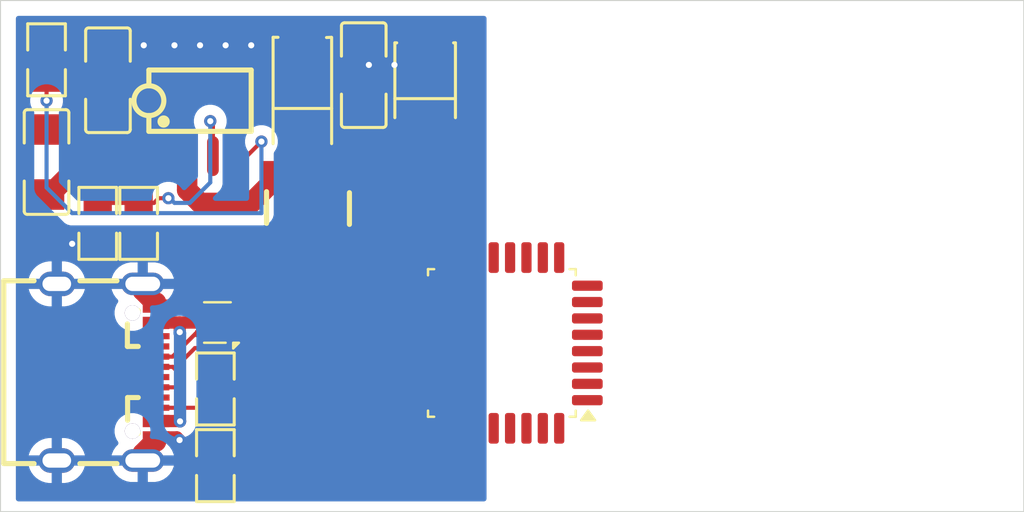
<source format=kicad_pcb>
(kicad_pcb (version 20241229) (generator "pcbnew") (generator_version "9.0")
  (layers (0 "F.Cu" signal) (2 "B.Cu" signal) (13 "F.Paste" user) (15 "B.Paste" user) (5 "F.SilkS" user "F.Silkscreen") (7 "B.SilkS" user "B.Silkscreen") (1 "F.Mask" user) (3 "B.Mask" user) (25 "Edge.Cuts" user))
  (net 0 "")
  (net 1 "GND")
  (net 2 "+3.3V")
  (net 3 "VBUS")
  (net 4 "Net-(U4-ON{slash}OFF)")
  (net 5 "Net-(D1-K)")
  (net 6 "Net-(J1-CC2)")
  (net 8 "Net-(J1-CC1)")
  (net 10 "Net-(J1-D+-PadA6)")
  (net 11 "Net-(J1-D--PadA7)")
  (net 12 "Net-(U4-FB)")
  (net 34 "Net-(U1-PA12)")
  (net 36 "Net-(U1-PA11)")
  (footprint "project:IND-SMD_L4.0-W4.0_SMNR4030" (layer "F.Cu") (at 115 85.15 -90)
    (property "Reference" "L1" (hide yes))
    (property "Value" "100uH" (hide yes))
    (fp_line (start -0.8 2) (end 0.75 2) (stroke (width 0.25)) (layer "F.SilkS"))
    (fp_line (start -0.75 -2.05) (end 0.8 -2.05) (stroke (width 0.25)) (layer "F.SilkS"))
    (pad "1" smd rect (at -1.6 0 270) (size 1.4 4.5) (layers "F.Cu" "F.Mask" "F.Paste") (net 5 "Net-(D1-K)"))
    (pad "2" smd rect (at 1.6 0 270) (size 1.4 4.5) (layers "F.Cu" "F.Mask" "F.Paste") (net 2 "+3.3V"))
  )
  (footprint "Package_QFP:LQFP-32_7x7mm_P0.8mm" (layer "F.Cu") (at 124.5 91.75 180)
    (property "Reference" "U1" (hide yes))
    (property "Value" "STM32C071K8Tx")
    (fp_line (start 3.61 3.61) (end 3.61 3.31) (stroke (width 0.12)) (layer "F.SilkS"))
    (fp_line (start 3.61 -3.61) (end 3.61 -3.31) (stroke (width 0.12)) (layer "F.SilkS"))
    (fp_line (start 3.31 3.61) (end 3.61 3.61) (stroke (width 0.12)) (layer "F.SilkS"))
    (fp_line (start 3.31 -3.61) (end 3.61 -3.61) (stroke (width 0.12)) (layer "F.SilkS"))
    (fp_line (start -3.31 3.61) (end -3.61 3.61) (stroke (width 0.12)) (layer "F.SilkS"))
    (fp_line (start -3.31 -3.61) (end -3.61 -3.61) (stroke (width 0.12)) (layer "F.SilkS"))
    (fp_line (start -3.61 3.61) (end -3.61 3.31) (stroke (width 0.12)) (layer "F.SilkS"))
    (fp_line (start -3.61 -3.61) (end -3.61 -3.31) (stroke (width 0.12)) (layer "F.SilkS"))
    (fp_poly (pts (xy -4.2125 -3.31) (xy -4.5525 -3.78) (xy -3.8725 -3.78)) (stroke (width 0.12)) (fill yes) (layer "F.SilkS"))
    (pad "1" smd roundrect (at -4.175 -2.8 180) (size 1.5 0.5) (layers "F.Cu" "F.Mask" "F.Paste"))
    (pad "2" smd roundrect (at -4.175 -2 180) (size 1.5 0.5) (layers "F.Cu" "F.Mask" "F.Paste"))
    (pad "3" smd roundrect (at -4.175 -1.2 180) (size 1.5 0.5) (layers "F.Cu" "F.Mask" "F.Paste"))
    (pad "4" smd roundrect (at -4.175 -0.4 180) (size 1.5 0.5) (layers "F.Cu" "F.Mask" "F.Paste") (net 2 "+3.3V"))
    (pad "5" smd roundrect (at -4.175 0.4 180) (size 1.5 0.5) (layers "F.Cu" "F.Mask" "F.Paste") (net 1 "GND"))
    (pad "6" smd roundrect (at -4.175 1.2 180) (size 1.5 0.5) (layers "F.Cu" "F.Mask" "F.Paste"))
    (pad "7" smd roundrect (at -4.175 2 180) (size 1.5 0.5) (layers "F.Cu" "F.Mask" "F.Paste"))
    (pad "8" smd roundrect (at -4.175 2.8 180) (size 1.5 0.5) (layers "F.Cu" "F.Mask" "F.Paste"))
    (pad "9" smd roundrect (at -2.8 4.175 180) (size 0.5 1.5) (layers "F.Cu" "F.Mask" "F.Paste"))
    (pad "10" smd roundrect (at -2 4.175 180) (size 0.5 1.5) (layers "F.Cu" "F.Mask" "F.Paste"))
    (pad "11" smd roundrect (at -1.2 4.175 180) (size 0.5 1.5) (layers "F.Cu" "F.Mask" "F.Paste"))
    (pad "12" smd roundrect (at -0.4 4.175 180) (size 0.5 1.5) (layers "F.Cu" "F.Mask" "F.Paste"))
    (pad "13" smd roundrect (at 0.4 4.175 180) (size 0.5 1.5) (layers "F.Cu" "F.Mask" "F.Paste"))
    (pad "14" smd roundrect (at 1.2 4.175 180) (size 0.5 1.5) (layers "F.Cu" "F.Mask" "F.Paste"))
    (pad "15" smd roundrect (at 2 4.175 180) (size 0.5 1.5) (layers "F.Cu" "F.Mask" "F.Paste"))
    (pad "16" smd roundrect (at 2.8 4.175 180) (size 0.5 1.5) (layers "F.Cu" "F.Mask" "F.Paste"))
    (pad "17" smd roundrect (at 4.175 2.8 180) (size 1.5 0.5) (layers "F.Cu" "F.Mask" "F.Paste"))
    (pad "18" smd roundrect (at 4.175 2 180) (size 1.5 0.5) (layers "F.Cu" "F.Mask" "F.Paste"))
    (pad "19" smd roundrect (at 4.175 1.2 180) (size 1.5 0.5) (layers "F.Cu" "F.Mask" "F.Paste"))
    (pad "20" smd roundrect (at 4.175 0.4 180) (size 1.5 0.5) (layers "F.Cu" "F.Mask" "F.Paste"))
    (pad "21" smd roundrect (at 4.175 -0.4 180) (size 1.5 0.5) (layers "F.Cu" "F.Mask" "F.Paste"))
    (pad "22" smd roundrect (at 4.175 -1.2 180) (size 1.5 0.5) (layers "F.Cu" "F.Mask" "F.Paste") (net 36 "Net-(U1-PA11)"))
    (pad "23" smd roundrect (at 4.175 -2 180) (size 1.5 0.5) (layers "F.Cu" "F.Mask" "F.Paste") (net 34 "Net-(U1-PA12)"))
    (pad "24" smd roundrect (at 4.175 -2.8 180) (size 1.5 0.5) (layers "F.Cu" "F.Mask" "F.Paste"))
    (pad "25" smd roundrect (at 2.8 -4.175 180) (size 0.5 1.5) (layers "F.Cu" "F.Mask" "F.Paste"))
    (pad "26" smd roundrect (at 2 -4.175 180) (size 0.5 1.5) (layers "F.Cu" "F.Mask" "F.Paste"))
    (pad "27" smd roundrect (at 1.2 -4.175 180) (size 0.5 1.5) (layers "F.Cu" "F.Mask" "F.Paste"))
    (pad "28" smd roundrect (at 0.4 -4.175 180) (size 0.5 1.5) (layers "F.Cu" "F.Mask" "F.Paste"))
    (pad "29" smd roundrect (at -0.4 -4.175 180) (size 0.5 1.5) (layers "F.Cu" "F.Mask" "F.Paste"))
    (pad "30" smd roundrect (at -1.2 -4.175 180) (size 0.5 1.5) (layers "F.Cu" "F.Mask" "F.Paste"))
    (pad "31" smd roundrect (at -2 -4.175 180) (size 0.5 1.5) (layers "F.Cu" "F.Mask" "F.Paste"))
    (pad "32" smd roundrect (at -2.8 -4.175 180) (size 0.5 1.5) (layers "F.Cu" "F.Mask" "F.Paste"))
  )
  (footprint "jlcbasic:R0805" (layer "F.Cu") (at 104.75 85.9 90)
    (property "Reference" "R3" (hide yes))
    (property "Value" "2.7kΩ" (hide yes))
    (fp_line (start 1.76 -0.92) (end 0.48 -0.92) (stroke (width 0.15)) (layer "F.SilkS"))
    (fp_line (start -1.76 -0.92) (end -0.48 -0.92) (stroke (width 0.15)) (layer "F.SilkS"))
    (fp_line (start 1.76 0.92) (end 1.76 -0.92) (stroke (width 0.15)) (layer "F.SilkS"))
    (fp_line (start 0.48 0.92) (end 1.76 0.92) (stroke (width 0.15)) (layer "F.SilkS"))
    (fp_line (start -0.48 0.92) (end -1.76 0.92) (stroke (width 0.15)) (layer "F.SilkS"))
    (fp_line (start -1.76 0.92) (end -1.76 -0.92) (stroke (width 0.15)) (layer "F.SilkS"))
    (pad "1" smd rect (at -1 0 90) (size 1.13 1.38) (layers "F.Cu" "F.Mask" "F.Paste") (net 1 "GND"))
    (pad "2" smd rect (at 1 0 90) (size 1.13 1.38) (layers "F.Cu" "F.Mask" "F.Paste") (net 12 "Net-(U4-FB)"))
  )
  (footprint "jlcbasic:R0805" (layer "F.Cu") (at 106.75 85.9 -90)
    (property "Reference" "R4" (hide yes))
    (property "Value" "4.7kΩ" (hide yes))
    (fp_line (start -1.76 0.92) (end -1.76 -0.92) (stroke (width 0.15)) (layer "F.SilkS"))
    (fp_line (start -0.48 0.92) (end -1.76 0.92) (stroke (width 0.15)) (layer "F.SilkS"))
    (fp_line (start 0.48 0.92) (end 1.76 0.92) (stroke (width 0.15)) (layer "F.SilkS"))
    (fp_line (start 1.76 0.92) (end 1.76 -0.92) (stroke (width 0.15)) (layer "F.SilkS"))
    (fp_line (start -1.76 -0.92) (end -0.48 -0.92) (stroke (width 0.15)) (layer "F.SilkS"))
    (fp_line (start 1.76 -0.92) (end 0.48 -0.92) (stroke (width 0.15)) (layer "F.SilkS"))
    (pad "1" smd rect (at -1 0 270) (size 1.13 1.38) (layers "F.Cu" "F.Mask" "F.Paste") (net 12 "Net-(U4-FB)"))
    (pad "2" smd rect (at 1 0 270) (size 1.13 1.38) (layers "F.Cu" "F.Mask" "F.Paste") (net 2 "+3.3V"))
  )
  (footprint "jlcbasic:C1206" (layer "F.Cu") (at 105.25 78.9 -90)
    (property "Reference" "C3" (hide yes))
    (property "Value" "10uF" (hide yes))
    (fp_line (start -0.93 1.09) (end -2.41 1.09) (stroke (width 0.15)) (layer "F.SilkS"))
    (fp_line (start 0.93 1.09) (end 2.41 1.09) (stroke (width 0.15)) (layer "F.SilkS"))
    (fp_line (start -2.56 0.94) (end -2.56 -0.94) (stroke (width 0.15)) (layer "F.SilkS"))
    (fp_line (start 2.56 0.94) (end 2.56 -0.94) (stroke (width 0.15)) (layer "F.SilkS"))
    (fp_line (start -2.41 -1.09) (end -0.93 -1.09) (stroke (width 0.15)) (layer "F.SilkS"))
    (fp_line (start 2.41 -1.09) (end 0.93 -1.09) (stroke (width 0.15)) (layer "F.SilkS"))
    (fp_arc (start -2.41 1.09) (mid -2.516066 1.046066) (end -2.56 0.94) (stroke (width 0.15)) (layer "F.SilkS"))
    (fp_arc (start 2.56 0.94) (mid 2.516066 1.046066) (end 2.41 1.09) (stroke (width 0.15)) (layer "F.SilkS"))
    (fp_arc (start -2.56 -0.94) (mid -2.516066 -1.046066) (end -2.41 -1.09) (stroke (width 0.15)) (layer "F.SilkS"))
    (fp_arc (start 2.41 -1.09) (mid 2.516066 -1.046066) (end 2.56 -0.94) (stroke (width 0.15)) (layer "F.SilkS"))
    (pad "1" smd rect (at -1.59 0 270) (size 1.49 1.73) (layers "F.Cu" "F.Mask" "F.Paste") (net 1 "GND"))
    (pad "2" smd rect (at 1.59 0 270) (size 1.49 1.73) (layers "F.Cu" "F.Mask" "F.Paste") (net 3 "VBUS"))
  )
  (footprint "jlcbasic:C1206" (layer "F.Cu") (at 117.75 78.65 -90)
    (property "Reference" "C5" (hide yes))
    (property "Value" "10uF" (hide yes))
    (fp_line (start -0.93 1.09) (end -2.41 1.09) (stroke (width 0.15)) (layer "F.SilkS"))
    (fp_line (start 0.93 1.09) (end 2.41 1.09) (stroke (width 0.15)) (layer "F.SilkS"))
    (fp_line (start -2.56 0.94) (end -2.56 -0.94) (stroke (width 0.15)) (layer "F.SilkS"))
    (fp_line (start 2.56 0.94) (end 2.56 -0.94) (stroke (width 0.15)) (layer "F.SilkS"))
    (fp_line (start -2.41 -1.09) (end -0.93 -1.09) (stroke (width 0.15)) (layer "F.SilkS"))
    (fp_line (start 2.41 -1.09) (end 0.93 -1.09) (stroke (width 0.15)) (layer "F.SilkS"))
    (fp_arc (start -2.41 1.09) (mid -2.516066 1.046066) (end -2.56 0.94) (stroke (width 0.15)) (layer "F.SilkS"))
    (fp_arc (start 2.56 0.94) (mid 2.516066 1.046066) (end 2.41 1.09) (stroke (width 0.15)) (layer "F.SilkS"))
    (fp_arc (start -2.56 -0.94) (mid -2.516066 -1.046066) (end -2.41 -1.09) (stroke (width 0.15)) (layer "F.SilkS"))
    (fp_arc (start 2.41 -1.09) (mid 2.516066 -1.046066) (end 2.56 -0.94) (stroke (width 0.15)) (layer "F.SilkS"))
    (pad "1" smd rect (at -1.59 0 270) (size 1.49 1.73) (layers "F.Cu" "F.Mask" "F.Paste") (net 1 "GND"))
    (pad "2" smd rect (at 1.59 0 270) (size 1.49 1.73) (layers "F.Cu" "F.Mask" "F.Paste") (net 2 "+3.3V"))
  )
  (footprint "jlcbasic:R0805" (layer "F.Cu") (at 110.5 94 -90)
    (property "Reference" "R1" (hide yes))
    (property "Value" "5.1kΩ" (hide yes))
    (fp_line (start -1.76 0.92) (end -1.76 -0.92) (stroke (width 0.15)) (layer "F.SilkS"))
    (fp_line (start -0.48 0.92) (end -1.76 0.92) (stroke (width 0.15)) (layer "F.SilkS"))
    (fp_line (start 0.48 0.92) (end 1.76 0.92) (stroke (width 0.15)) (layer "F.SilkS"))
    (fp_line (start 1.76 0.92) (end 1.76 -0.92) (stroke (width 0.15)) (layer "F.SilkS"))
    (fp_line (start -1.76 -0.92) (end -0.48 -0.92) (stroke (width 0.15)) (layer "F.SilkS"))
    (fp_line (start 1.76 -0.92) (end 0.48 -0.92) (stroke (width 0.15)) (layer "F.SilkS"))
    (pad "1" smd rect (at -1 0 270) (size 1.13 1.38) (layers "F.Cu" "F.Mask" "F.Paste") (net 1 "GND"))
    (pad "2" smd rect (at 1 0 270) (size 1.13 1.38) (layers "F.Cu" "F.Mask" "F.Paste") (net 6 "Net-(J1-CC2)"))
  )
  (footprint "jlcbasic:R0805" (layer "F.Cu") (at 110.5 97.75 90)
    (property "Reference" "R2" (hide yes))
    (property "Value" "5.1kΩ" (hide yes))
    (fp_line (start 1.76 -0.92) (end 0.48 -0.92) (stroke (width 0.15)) (layer "F.SilkS"))
    (fp_line (start -1.76 -0.92) (end -0.48 -0.92) (stroke (width 0.15)) (layer "F.SilkS"))
    (fp_line (start 1.76 0.92) (end 1.76 -0.92) (stroke (width 0.15)) (layer "F.SilkS"))
    (fp_line (start 0.48 0.92) (end 1.76 0.92) (stroke (width 0.15)) (layer "F.SilkS"))
    (fp_line (start -0.48 0.92) (end -1.76 0.92) (stroke (width 0.15)) (layer "F.SilkS"))
    (fp_line (start -1.76 0.92) (end -1.76 -0.92) (stroke (width 0.15)) (layer "F.SilkS"))
    (pad "1" smd rect (at -1 0 90) (size 1.13 1.38) (layers "F.Cu" "F.Mask" "F.Paste") (net 8 "Net-(J1-CC1)"))
    (pad "2" smd rect (at 1 0 90) (size 1.13 1.38) (layers "F.Cu" "F.Mask" "F.Paste") (net 1 "GND"))
  )
  (footprint "jlcbasic:CASE-B_3528" (layer "F.Cu") (at 120.75 78.9 90)
    (property "Reference" "C2" (hide yes))
    (property "Value" "100uF" (hide yes))
    (fp_line (start 1.83 -1.48) (end -1.83 -1.48) (stroke (width 0.15)) (layer "F.SilkS"))
    (fp_line (start 1.83 -1.48) (end 1.83 -1.39) (stroke (width 0.15)) (layer "F.SilkS"))
    (fp_line (start 1.83 1.48) (end 1.83 1.39) (stroke (width 0.15)) (layer "F.SilkS"))
    (fp_line (start 1.83 1.48) (end -1.83 1.48) (stroke (width 0.15)) (layer "F.SilkS"))
    (fp_line (start -0.9 1.48) (end -0.9 -1.48) (stroke (width 0.15)) (layer "F.SilkS"))
    (pad "1" smd rect (at -1.86 0 270) (size 1.51 2.38) (layers "F.Cu" "F.Mask" "F.Paste") (net 2 "+3.3V"))
    (pad "2" smd rect (at 1.86 0 270) (size 1.51 2.38) (layers "F.Cu" "F.Mask" "F.Paste") (net 1 "GND"))
  )
  (footprint "jlcbasic:R0805" (layer "F.Cu") (at 102.25 77.9 90)
    (property "Reference" "R5" (hide yes))
    (property "Value" "22kΩ" (hide yes))
    (fp_line (start 1.76 -0.92) (end 0.48 -0.92) (stroke (width 0.15)) (layer "F.SilkS"))
    (fp_line (start -1.76 -0.92) (end -0.48 -0.92) (stroke (width 0.15)) (layer "F.SilkS"))
    (fp_line (start 1.76 0.92) (end 1.76 -0.92) (stroke (width 0.15)) (layer "F.SilkS"))
    (fp_line (start 0.48 0.92) (end 1.76 0.92) (stroke (width 0.15)) (layer "F.SilkS"))
    (fp_line (start -0.48 0.92) (end -1.76 0.92) (stroke (width 0.15)) (layer "F.SilkS"))
    (fp_line (start -1.76 0.92) (end -1.76 -0.92) (stroke (width 0.15)) (layer "F.SilkS"))
    (pad "1" smd rect (at -1 0 90) (size 1.13 1.38) (layers "F.Cu" "F.Mask" "F.Paste") (net 4 "Net-(U4-ON{slash}OFF)"))
    (pad "2" smd rect (at 1 0 90) (size 1.13 1.38) (layers "F.Cu" "F.Mask" "F.Paste") (net 1 "GND"))
  )
  (footprint "jlcbasic:SMA_L4.3-W2.6-LS5.2-RD" (layer "F.Cu") (at 114.75 79.4 90)
    (property "Reference" "D1" (hide yes))
    (property "Value" "SS34" (hide yes))
    (fp_line (start 2.6 -1.43) (end 2.6 -1.19) (stroke (width 0.15)) (layer "F.SilkS"))
    (fp_line (start -0.88 -1.43) (end -0.88 1.43) (stroke (width 0.15)) (layer "F.SilkS"))
    (fp_line (start -2.6 -1.43) (end 2.6 -1.43) (stroke (width 0.15)) (layer "F.SilkS"))
    (fp_line (start 2.59 1.18) (end 2.6 1.41) (stroke (width 0.15)) (layer "F.SilkS"))
    (fp_line (start -2.6 1.43) (end 2.6 1.43) (stroke (width 0.15)) (layer "F.SilkS"))
    (pad "1" smd rect (at -2.2 0 270) (size 2 2) (layers "F.Cu" "F.Mask" "F.Paste") (net 5 "Net-(D1-K)"))
    (pad "2" smd rect (at 2.2 0 270) (size 2 2) (layers "F.Cu" "F.Mask" "F.Paste") (net 1 "GND"))
  )
  (footprint "jlcbasic:C1206" (layer "F.Cu") (at 102.25 82.9 -90)
    (property "Reference" "C4" (hide yes))
    (property "Value" "10uF" (hide yes))
    (fp_line (start -0.93 1.09) (end -2.41 1.09) (stroke (width 0.15)) (layer "F.SilkS"))
    (fp_line (start 0.93 1.09) (end 2.41 1.09) (stroke (width 0.15)) (layer "F.SilkS"))
    (fp_line (start -2.56 0.94) (end -2.56 -0.94) (stroke (width 0.15)) (layer "F.SilkS"))
    (fp_line (start 2.56 0.94) (end 2.56 -0.94) (stroke (width 0.15)) (layer "F.SilkS"))
    (fp_line (start -2.41 -1.09) (end -0.93 -1.09) (stroke (width 0.15)) (layer "F.SilkS"))
    (fp_line (start 2.41 -1.09) (end 0.93 -1.09) (stroke (width 0.15)) (layer "F.SilkS"))
    (fp_arc (start -2.41 1.09) (mid -2.516066 1.046066) (end -2.56 0.94) (stroke (width 0.15)) (layer "F.SilkS"))
    (fp_arc (start 2.56 0.94) (mid 2.516066 1.046066) (end 2.41 1.09) (stroke (width 0.15)) (layer "F.SilkS"))
    (fp_arc (start -2.56 -0.94) (mid -2.516066 -1.046066) (end -2.41 -1.09) (stroke (width 0.15)) (layer "F.SilkS"))
    (fp_arc (start 2.41 -1.09) (mid 2.516066 -1.046066) (end 2.56 -0.94) (stroke (width 0.15)) (layer "F.SilkS"))
    (pad "1" smd rect (at -1.59 0 270) (size 1.49 1.73) (layers "F.Cu" "F.Mask" "F.Paste") (net 4 "Net-(U4-ON{slash}OFF)"))
    (pad "2" smd rect (at 1.59 0 270) (size 1.49 1.73) (layers "F.Cu" "F.Mask" "F.Paste") (net 3 "VBUS"))
  )
  (footprint "project:USB-C-SMD_TYPE-C-USB-17" (layer "F.Cu") (at 105.18 93.18 -90)
    (property "Reference" "J1" (hide yes))
    (property "Value" "USB_C_Receptacle_USB2.0_16P" (hide yes))
    (fp_line (start -4.47 5.02) (end -4.47 3.54) (stroke (width 0.25)) (layer "F.SilkS"))
    (fp_line (start 4.47 5.02) (end -4.47 5.02) (stroke (width 0.25)) (layer "F.SilkS"))
    (fp_line (start 4.47 5.02) (end 4.47 3.54) (stroke (width 0.25)) (layer "F.SilkS"))
    (fp_line (start -4.47 1.3) (end -4.47 -0.51) (stroke (width 0.25)) (layer "F.SilkS"))
    (fp_line (start 4.47 1.3) (end 4.47 -0.51) (stroke (width 0.25)) (layer "F.SilkS"))
    (fp_line (start -2.36 -1.02) (end -1.26 -1.02) (stroke (width 0.25)) (layer "F.SilkS"))
    (fp_line (start -1.26 -1.02) (end -1.26 -1.55) (stroke (width 0.25)) (layer "F.SilkS"))
    (fp_line (start 1.24 -1.03) (end 2.35 -1.03) (stroke (width 0.25)) (layer "F.SilkS"))
    (fp_line (start 1.24 -1.03) (end 1.24 -1.55) (stroke (width 0.25)) (layer "F.SilkS"))
    (fp_line (start -3.01 -1.39) (end -3.01 -1.55) (stroke (width 0.25)) (layer "F.SilkS"))
    (fp_line (start 2.99 -1.39) (end 2.99 -1.55) (stroke (width 0.25)) (layer "F.SilkS"))
    (pad "" thru_hole circle (at -2.9 -1.27 270) (size 0.75 0.75) (drill 0.75) (layers "*.Cu" "*.Mask"))
    (pad "" thru_hole circle (at 2.88 -1.27 270) (size 0.75 0.75) (drill 0.75) (layers "*.Cu" "*.Mask"))
    (pad "0" thru_hole oval (at -4.32 -1.77 270) (size 1.1 2.1) (drill oval 0.700024 1.699971) (layers "*.Cu" "*.Mask") (net 1 "GND"))
    (pad "0" thru_hole oval (at -4.32 2.43 270) (size 1.2 1.8) (drill oval 0.700024 1.399997) (layers "*.Cu" "*.Mask") (net 1 "GND"))
    (pad "0" thru_hole oval (at 4.32 -1.77 270) (size 1.1 2.1) (drill oval 0.700024 1.699971) (layers "*.Cu" "*.Mask") (net 1 "GND"))
    (pad "0" thru_hole oval (at 4.32 2.43 270) (size 1.2 1.8) (drill oval 0.700024 1.399997) (layers "*.Cu" "*.Mask") (net 1 "GND"))
    (pad "A1" smd rect (at -3.21 -2.42 270) (size 0.6 1.3) (layers "F.Cu" "F.Mask" "F.Paste") (net 1 "GND"))
    (pad "A4" smd rect (at -2.41 -2.42 270) (size 0.6 1.3) (layers "F.Cu" "F.Mask" "F.Paste") (net 3 "VBUS"))
    (pad "A5" smd rect (at -1.26 -2.42 270) (size 0.3 1.3) (layers "F.Cu" "F.Mask" "F.Paste") (net 8 "Net-(J1-CC1)"))
    (pad "A6" smd rect (at -0.26 -2.42 270) (size 0.3 1.3) (layers "F.Cu" "F.Mask" "F.Paste") (net 10 "Net-(J1-D+-PadA6)"))
    (pad "A7" smd rect (at 0.24 -2.42 270) (size 0.3 1.3) (layers "F.Cu" "F.Mask" "F.Paste") (net 11 "Net-(J1-D--PadA7)"))
    (pad "A8" smd rect (at 1.24 -2.43 270) (size 0.3 1.3) (layers "F.Cu" "F.Mask" "F.Paste"))
    (pad "A9" smd rect (at 2.39 -2.42 270) (size 0.6 1.3) (layers "F.Cu" "F.Mask" "F.Paste") (net 3 "VBUS"))
    (pad "A12" smd rect (at 3.19 -2.42 270) (size 0.6 1.3) (layers "F.Cu" "F.Mask" "F.Paste") (net 1 "GND"))
    (pad "B5" smd rect (at 1.74 -2.42 270) (size 0.3 1.3) (layers "F.Cu" "F.Mask" "F.Paste") (net 6 "Net-(J1-CC2)"))
    (pad "B6" smd rect (at 0.74 -2.42 270) (size 0.3 1.3) (layers "F.Cu" "F.Mask" "F.Paste") (net 10 "Net-(J1-D+-PadA6)"))
    (pad "B7" smd rect (at -0.76 -2.42 270) (size 0.3 1.3) (layers "F.Cu" "F.Mask" "F.Paste") (net 11 "Net-(J1-D--PadA7)"))
    (pad "B8" smd rect (at -1.76 -2.43 270) (size 0.3 1.3) (layers "F.Cu" "F.Mask" "F.Paste"))
  )
  (footprint "Package_TO_SOT_SMD:SOT-666" (layer "F.Cu") (at 110.6 90.75 180)
    (property "Reference" "U2" (hide yes))
    (property "Value" "USBLC6-2P6" (hide yes))
    (fp_line (start 0.65 0.99) (end -0.65 0.99) (stroke (width 0.12)) (layer "F.SilkS"))
    (fp_line (start 0.65 -0.99) (end -0.4 -0.99) (stroke (width 0.12)) (layer "F.SilkS"))
    (fp_poly (pts (xy -0.77 -0.99) (xy -1.05 -0.99) (xy -0.77 -1.27) (xy -0.77 -0.99)) (stroke (width 0.12)) (fill yes) (layer "F.SilkS"))
    (pad "1" smd roundrect (at -0.85 -0.5375 180) (size 0.5 0.375) (layers "F.Cu" "F.Mask" "F.Paste") (net 36 "Net-(U1-PA11)"))
    (pad "2" smd roundrect (at -0.925 0 180) (size 0.65 0.3) (layers "F.Cu" "F.Mask" "F.Paste") (net 1 "GND"))
    (pad "3" smd roundrect (at -0.85 0.5375 180) (size 0.5 0.375) (layers "F.Cu" "F.Mask" "F.Paste") (net 34 "Net-(U1-PA12)"))
    (pad "4" smd roundrect (at 0.85 0.5375 180) (size 0.5 0.375) (layers "F.Cu" "F.Mask" "F.Paste") (net 10 "Net-(J1-D+-PadA6)"))
    (pad "5" smd roundrect (at 0.925 0 180) (size 0.65 0.3) (layers "F.Cu" "F.Mask" "F.Paste") (net 3 "VBUS"))
    (pad "6" smd roundrect (at 0.85 -0.5375 180) (size 0.5 0.375) (layers "F.Cu" "F.Mask" "F.Paste") (net 11 "Net-(J1-D--PadA7)"))
  )
  (footprint "jlcpreferred:SOIC-8_L5.0-W4.0-P1.27-LS6.0-BL" (layer "F.Cu") (at 109.75 79.9)
    (property "Reference" "U4" (hide yes))
    (property "Value" "XL1509-ADJE1" (hide yes))
    (fp_line (start -2.5 -1.5) (end -2.5 -0.73) (stroke (width 0.25)) (layer "F.SilkS"))
    (fp_line (start -2.5 -1.5) (end 2.5 -1.5) (stroke (width 0.25)) (layer "F.SilkS"))
    (fp_line (start -2.5 1.5) (end -2.5 0.73) (stroke (width 0.25)) (layer "F.SilkS"))
    (fp_line (start -2.5 1.5) (end 2.5 1.5) (stroke (width 0.25)) (layer "F.SilkS"))
    (fp_line (start 2.5 -1.5) (end 2.5 1.5) (stroke (width 0.25)) (layer "F.SilkS"))
    (fp_arc (start -2.48726 -0.729889) (mid -2.50637 0.729972) (end -2.5 -0.73) (stroke (width 0.25)) (layer "F.SilkS"))
    (fp_circle (center -1.78 1.02) (end -1.63 1.02) (stroke (width 0.3)) (fill no) (layer "F.SilkS"))
    (pad "1" smd oval (at -1.91 2.71) (size 0.57 1.95) (layers "F.Cu" "F.Mask" "F.Paste") (net 3 "VBUS"))
    (pad "2" smd oval (at -0.63 2.71) (size 0.57 1.95) (layers "F.Cu" "F.Mask" "F.Paste") (net 5 "Net-(D1-K)"))
    (pad "3" smd oval (at 0.63 2.71) (size 0.57 1.95) (layers "F.Cu" "F.Mask" "F.Paste") (net 12 "Net-(U4-FB)"))
    (pad "4" smd oval (at 1.9 2.71) (size 0.57 1.95) (layers "F.Cu" "F.Mask" "F.Paste") (net 4 "Net-(U4-ON{slash}OFF)"))
    (pad "5" smd oval (at 1.9 -2.71) (size 0.57 1.95) (layers "F.Cu" "F.Mask" "F.Paste") (net 1 "GND"))
    (pad "6" smd oval (at 0.63 -2.71) (size 0.57 1.95) (layers "F.Cu" "F.Mask" "F.Paste") (net 1 "GND"))
    (pad "7" smd oval (at -0.63 -2.71) (size 0.57 1.95) (layers "F.Cu" "F.Mask" "F.Paste") (net 1 "GND"))
    (pad "8" smd oval (at -1.91 -2.71) (size 0.57 1.95) (layers "F.Cu" "F.Mask" "F.Paste") (net 1 "GND"))
  )
  (gr_rect (start 100 75) (end 150 100) (stroke (width 0.05)) (fill no) (layer "Edge.Cuts"))
  (segment (start 110.5 93) (end 110.875 92.625) (width 0.2) (layer "F.Cu") (net 1))
  (segment (start 110.875 90.625) (end 111 90.75) (width 0.2) (layer "F.Cu") (net 1))
  (segment (start 117.61 77.2) (end 117.75 77.06) (width 1.3) (layer "F.Cu") (net 1))
  (segment (start 107.84 77.19) (end 108.5 77.19) (width 1.3) (layer "F.Cu") (net 1))
  (segment (start 106.95 89.187596) (end 107.531404 89.769) (width 1) (layer "F.Cu") (net 1))
  (segment (start 106.95 97.152404) (end 107.531404 96.571) (width 1) (layer "F.Cu") (net 1))
  (segment (start 105.25 77.31) (end 107 77.31) (width 1.3) (layer "F.Cu") (net 1))
  (segment (start 107.6 89.97) (end 107.846 89.724) (width 0.2) (layer "F.Cu") (net 1))
  (segment (start 110.474 89.724) (end 110.702 89.952) (width 0.2) (layer "F.Cu") (net 1))
  (segment (start 110.5 96.75) (end 109 96.75) (width 0.2) (layer "F.Cu") (net 1))
  (segment (start 112.25 77.19) (end 114.74 77.19) (width 1.3) (layer "F.Cu") (net 1))
  (segment (start 118 77.31) (end 117.75 77.06) (width 1.3) (layer "F.Cu") (net 1))
  (segment (start 109 96.75) (end 108.75 96.5) (width 0.2) (layer "F.Cu") (net 1))
  (segment (start 111 90.75) (end 111.525 90.75) (width 0.2) (layer "F.Cu") (net 1))
  (segment (start 110.38 77.19) (end 111 77.19) (width 1.3) (layer "F.Cu") (net 1))
  (segment (start 109.12 77.19) (end 109.75 77.19) (width 1.3) (layer "F.Cu") (net 1))
  (segment (start 110.702 90.452) (end 110.875 90.625) (width 0.2) (layer "F.Cu") (net 1))
  (segment (start 119.25 77.06) (end 120.73 77.06) (width 1.3) (layer "F.Cu") (net 1))
  (segment (start 103.5 86.9) (end 104.75 86.9) (width 0.2) (layer "F.Cu") (net 1))
  (segment (start 106.95 97.5) (end 106.95 97.152404) (width 1) (layer "F.Cu") (net 1))
  (segment (start 106.95 88.86) (end 106.95 89.187596) (width 1) (layer "F.Cu") (net 1))
  (segment (start 110.875 92.625) (end 110.875 90.625) (width 0.2) (layer "F.Cu") (net 1))
  (segment (start 107.72 77.31) (end 107.84 77.19) (width 1) (layer "F.Cu") (net 1))
  (segment (start 109.75 77.19) (end 110.38 77.19) (width 1.3) (layer "F.Cu") (net 1))
  (segment (start 111 77.19) (end 111.65 77.19) (width 1.3) (layer "F.Cu") (net 1))
  (segment (start 108.62 96.37) (end 107.6 96.37) (width 0.6) (layer "F.Cu") (net 1))
  (segment (start 107.846 89.724) (end 110.474 89.724) (width 0.2) (layer "F.Cu") (net 1))
  (segment (start 107.531404 96.571) (end 107.6 96.571) (width 1) (layer "F.Cu") (net 1))
  (segment (start 119.25 78.15) (end 119.25 77.06) (width 1.3) (layer "F.Cu") (net 1))
  (segment (start 110.702 89.952) (end 110.702 90.452) (width 0.2) (layer "F.Cu") (net 1))
  (segment (start 118 78.15) (end 118 77.31) (width 1.3) (layer "F.Cu") (net 1))
  (segment (start 114.74 77.19) (end 114.75 77.2) (width 1) (layer "F.Cu") (net 1))
  (segment (start 102.25 76.9) (end 104.84 76.9) (width 1.3) (layer "F.Cu") (net 1))
  (segment (start 108.5 77.19) (end 109.12 77.19) (width 1.3) (layer "F.Cu") (net 1))
  (segment (start 120.73 77.06) (end 120.75 77.04) (width 1) (layer "F.Cu") (net 1))
  (segment (start 111.65 77.19) (end 112.25 77.19) (width 1.3) (layer "F.Cu") (net 1))
  (segment (start 104.84 76.9) (end 105.25 77.31) (width 1.3) (layer "F.Cu") (net 1))
  (segment (start 114.75 77.2) (end 117.61 77.2) (width 1.3) (layer "F.Cu") (net 1))
  (segment (start 104.755389 86.894611) (end 104.75 86.9) (width 0.2) (layer "F.Cu") (net 1))
  (segment (start 108.75 96.5) (end 108.62 96.37) (width 0.6) (layer "F.Cu") (net 1))
  (segment (start 107.531404 89.769) (end 107.6 89.769) (width 1) (layer "F.Cu") (net 1))
  (segment (start 107 77.31) (end 107.72 77.31) (width 1.3) (layer "F.Cu") (net 1))
  (segment (start 117.75 77.06) (end 119.25 77.06) (width 1.3) (layer "F.Cu") (net 1))
  (via (at 112.25 77.19) (size 0.6) (drill 0.3) (layers "F.Cu" "B.Cu") (net 1))
  (via (at 107 77.19) (size 0.6) (drill 0.3) (layers "F.Cu" "B.Cu") (net 1))
  (via (at 109.75 77.19) (size 0.6) (drill 0.3) (layers "F.Cu" "B.Cu") (net 1))
  (via (at 108.5 77.19) (size 0.6) (drill 0.3) (layers "F.Cu" "B.Cu") (net 1))
  (via (at 111 77.19) (size 0.6) (drill 0.3) (layers "F.Cu" "B.Cu") (net 1))
  (via (at 103.5 86.9) (size 0.6) (drill 0.3) (layers "F.Cu" "B.Cu") (net 1))
  (via (at 118 78.15) (size 0.6) (drill 0.3) (layers "F.Cu" "B.Cu") (net 1))
  (via (at 119.25 78.15) (size 0.6) (drill 0.3) (layers "F.Cu" "B.Cu") (net 1))
  (via (at 108.75 96.5) (size 0.6) (drill 0.3) (layers "F.Cu" "B.Cu") (net 1))
  (segment (start 118.5 84.65) (end 116.4 86.75) (width 1.3) (layer "F.Cu") (net 2))
  (segment (start 118.73 80.76) (end 118.5 80.99) (width 1.3) (layer "F.Cu") (net 2))
  (segment (start 117.75 80.24) (end 118.5 80.99) (width 1.3) (layer "F.Cu") (net 2))
  (segment (start 120.75 80.76) (end 118.73 80.76) (width 1.3) (layer "F.Cu") (net 2))
  (segment (start 116.4 86.75) (end 115 86.75) (width 1.3) (layer "F.Cu") (net 2))
  (segment (start 118.5 80.99) (end 118.5 84.65) (width 1.3) (layer "F.Cu") (net 2))
  (segment (start 109.675 90.75) (end 108.75 90.75) (width 0.6) (layer "F.Cu") (net 3))
  (segment (start 105.625 82.775) (end 105.25 82.4) (width 1) (layer "F.Cu") (net 3))
  (segment (start 102.41 84.49) (end 104.5 82.4) (width 1) (layer "F.Cu") (net 3))
  (segment (start 105.25 82.4) (end 105.25 80.49) (width 1) (layer "F.Cu") (net 3))
  (segment (start 108.757399 91.219071) (end 108.757399 90.757399) (width 0.6) (layer "F.Cu") (net 3))
  (segment (start 107.62 90.75) (end 107.6 90.77) (width 0.2) (layer "F.Cu") (net 3))
  (segment (start 108.757399 90.757399) (end 108.75 90.75) (width 0.6) (layer "F.Cu") (net 3))
  (segment (start 104.5 82.4) (end 105.25 82.4) (width 1) (layer "F.Cu") (net 3))
  (segment (start 107.675 82.775) (end 105.625 82.775) (width 1) (layer "F.Cu") (net 3))
  (segment (start 107.6 95.57) (end 108.757735 95.57) (width 0.6) (layer "F.Cu") (net 3))
  (segment (start 107.84 82.61) (end 107.675 82.775) (width 0.7) (layer "F.Cu") (net 3))
  (segment (start 108.75 90.75) (end 107.62 90.75) (width 0.6) (layer "F.Cu") (net 3))
  (segment (start 102.25 84.49) (end 102.41 84.49) (width 1) (layer "F.Cu") (net 3))
  (segment (start 108.757735 95.57) (end 108.772381 95.584646) (width 0.6) (layer "F.Cu") (net 3))
  (via (at 108.757399 91.219071) (size 0.6) (drill 0.3) (layers "F.Cu" "B.Cu") (net 3))
  (via (at 108.772381 95.584646) (size 0.6) (drill 0.3) (layers "F.Cu" "B.Cu") (net 3))
  (segment (start 108.757399 91.242601) (end 108.757399 91.219071) (width 0.6) (layer "B.Cu") (net 3))
  (segment (start 108.772381 91.272381) (end 108.75 91.25) (width 0.6) (layer "B.Cu") (net 3))
  (segment (start 108.772381 95.584646) (end 108.772381 91.272381) (width 0.6) (layer "B.Cu") (net 3))
  (segment (start 108.75 91.25) (end 108.757399 91.242601) (width 0.6) (layer "B.Cu") (net 3))
  (segment (start 112.75 81.9) (end 112.04 82.61) (width 0.2) (layer "F.Cu") (net 4))
  (segment (start 111.65 81.92) (end 111.65 82.61) (width 0.2) (layer "F.Cu") (net 4))
  (segment (start 112.04 82.61) (end 111.65 82.61) (width 0.2) (layer "F.Cu") (net 4))
  (segment (start 102.25 81.31) (end 102.25 78.9) (width 0.2) (layer "F.Cu") (net 4))
  (via (at 112.75 81.9) (size 0.6) (drill 0.3) (layers "F.Cu" "B.Cu") (net 4))
  (via (at 102.25 79.9) (size 0.6) (drill 0.3) (layers "F.Cu" "B.Cu") (net 4))
  (segment (start 112.75 81.9) (end 112.75 85.4) (width 0.2) (layer "B.Cu") (net 4))
  (segment (start 102.25 84.15) (end 102.25 79.9) (width 0.2) (layer "B.Cu") (net 4))
  (segment (start 103.5 85.4) (end 102.25 84.15) (width 0.2) (layer "B.Cu") (net 4))
  (segment (start 112.75 85.4) (end 103.5 85.4) (width 0.2) (layer "B.Cu") (net 4))
  (segment (start 109.12 84.27) (end 109.75 84.9) (width 1) (layer "F.Cu") (net 5))
  (segment (start 109.12 83.77) (end 109.12 84.27) (width 1) (layer "F.Cu") (net 5))
  (segment (start 114.75 81.6) (end 114.55 81.6) (width 1) (layer "F.Cu") (net 5))
  (segment (start 112.25 84.9) (end 113.6 83.55) (width 1) (layer "F.Cu") (net 5))
  (segment (start 109.75 84.9) (end 112.25 84.9) (width 1) (layer "F.Cu") (net 5))
  (segment (start 115 83.55) (end 115 81.85) (width 1) (layer "F.Cu") (net 5))
  (segment (start 113.6 83.55) (end 115 83.55) (width 1) (layer "F.Cu") (net 5))
  (segment (start 109.12 82.61) (end 109.12 83.77) (width 0.7) (layer "F.Cu") (net 5))
  (segment (start 115 81.85) (end 114.75 81.6) (width 1) (layer "F.Cu") (net 5))
  (segment (start 107.6 94.92) (end 110.42 94.92) (width 0.2) (layer "F.Cu") (net 6))
  (segment (start 110.42 94.92) (end 110.5 95) (width 0.2) (layer "F.Cu") (net 6))
  (segment (start 106.139 91.92) (end 107.6 91.92) (width 0.2) (layer "F.Cu") (net 8))
  (segment (start 105.75 98.75) (end 105 98) (width 0.2) (layer "F.Cu") (net 8))
  (segment (start 105 93.059) (end 106.139 91.92) (width 0.2) (layer "F.Cu") (net 8))
  (segment (start 105 98) (end 105 93.059) (width 0.2) (layer "F.Cu") (net 8))
  (segment (start 110.5 98.75) (end 105.75 98.75) (width 0.2) (layer "F.Cu") (net 8))
  (segment (start 109.996324 90.2125) (end 110.301 90.517176) (width 0.2) (layer "F.Cu") (net 10))
  (segment (start 110.301 90.517176) (end 110.301 91.547358) (width 0.2) (layer "F.Cu") (net 10))
  (segment (start 109.5 92) (end 108.5 93) (width 0.2) (layer "F.Cu") (net 10))
  (segment (start 108.42 92.92) (end 108.75 93.25) (width 0.2) (layer "F.Cu") (net 10))
  (segment (start 108.58 93.92) (end 107.6 93.92) (width 0.2) (layer "F.Cu") (net 10))
  (segment (start 108.5 93) (end 108.75 93.25) (width 0.2) (layer "F.Cu") (net 10))
  (segment (start 109.848358 92) (end 109.5 92) (width 0.2) (layer "F.Cu") (net 10))
  (segment (start 108.75 93.25) (end 108.75 93.75) (width 0.2) (layer "F.Cu") (net 10))
  (segment (start 108.75 93.75) (end 108.58 93.92) (width 0.2) (layer "F.Cu") (net 10))
  (segment (start 107.6 92.92) (end 108.42 92.92) (width 0.2) (layer "F.Cu") (net 10))
  (segment (start 109.75 90.2125) (end 109.996324 90.2125) (width 0.2) (layer "F.Cu") (net 10))
  (segment (start 110.301 91.547358) (end 109.848358 92) (width 0.2) (layer "F.Cu") (net 10))
  (segment (start 107.6 92.42) (end 108.405 92.42) (width 0.2) (layer "F.Cu") (net 11))
  (segment (start 106.5 93.25) (end 106.67 93.42) (width 0.2) (layer "F.Cu") (net 11))
  (segment (start 107.6 92.42) (end 106.58 92.42) (width 0.2) (layer "F.Cu") (net 11))
  (segment (start 106.67 93.42) (end 107.6 93.42) (width 0.2) (layer "F.Cu") (net 11))
  (segment (start 106.5 92.5) (end 106.5 93.25) (width 0.2) (layer "F.Cu") (net 11))
  (segment (start 109.5375 91.2875) (end 109.75 91.2875) (width 0.2) (layer "F.Cu") (net 11))
  (segment (start 108.405 92.42) (end 109.5375 91.2875) (width 0.2) (layer "F.Cu") (net 11))
  (segment (start 106.58 92.42) (end 106.5 92.5) (width 0.2) (layer "F.Cu") (net 11))
  (segment (start 104.25 84.9) (end 104.75 84.9) (width 0.2) (layer "F.Cu") (net 12))
  (segment (start 107.729733 84.670267) (end 107.5 84.9) (width 0.2) (layer "F.Cu") (net 12))
  (segment (start 110.38 82.61) (end 110.38 81.03) (width 0.2) (layer "F.Cu") (net 12))
  (segment (start 108.2036 84.670267) (end 107.729733 84.670267) (width 0.2) (layer "F.Cu") (net 12))
  (segment (start 107.5 84.9) (end 106.75 84.9) (width 0.2) (layer "F.Cu") (net 12))
  (segment (start 110.38 81.03) (end 110.25 80.9) (width 0.2) (layer "F.Cu") (net 12))
  (segment (start 104.75 84.9) (end 106.75 84.9) (width 0.2) (layer "F.Cu") (net 12))
  (via (at 110.25 80.9) (size 0.6) (drill 0.3) (layers "F.Cu" "B.Cu") (net 12))
  (via (at 108.2036 84.670267) (size 0.6) (drill 0.3) (layers "F.Cu" "B.Cu") (net 12))
  (segment (start 108.270267 84.670267) (end 108.5 84.9) (width 0.2) (layer "B.Cu") (net 12))
  (segment (start 110.25 83.9) (end 110.25 80.9) (width 0.2) (layer "B.Cu") (net 12))
  (segment (start 108.5 84.9) (end 109.25 84.9) (width 0.2) (layer "B.Cu") (net 12))
  (segment (start 109.25 84.9) (end 110.25 83.9) (width 0.2) (layer "B.Cu") (net 12))
  (segment (start 108.2036 84.670267) (end 108.270267 84.670267) (width 0.2) (layer "B.Cu") (net 12))
  (zone (net 1) (net_name "GND") (layer "B.Cu") (priority 1) (connect_pads (clearance 0.5)) (min_thickness 0.25) (fill yes (thermal_gap 0.5) (thermal_bridge_width 0.5))
    (polygon (pts (xy 100.75 75.75) (xy 100.75 99.5) (xy 123.75 99.5) (xy 123.75 75.75)))
  )
)
</source>
